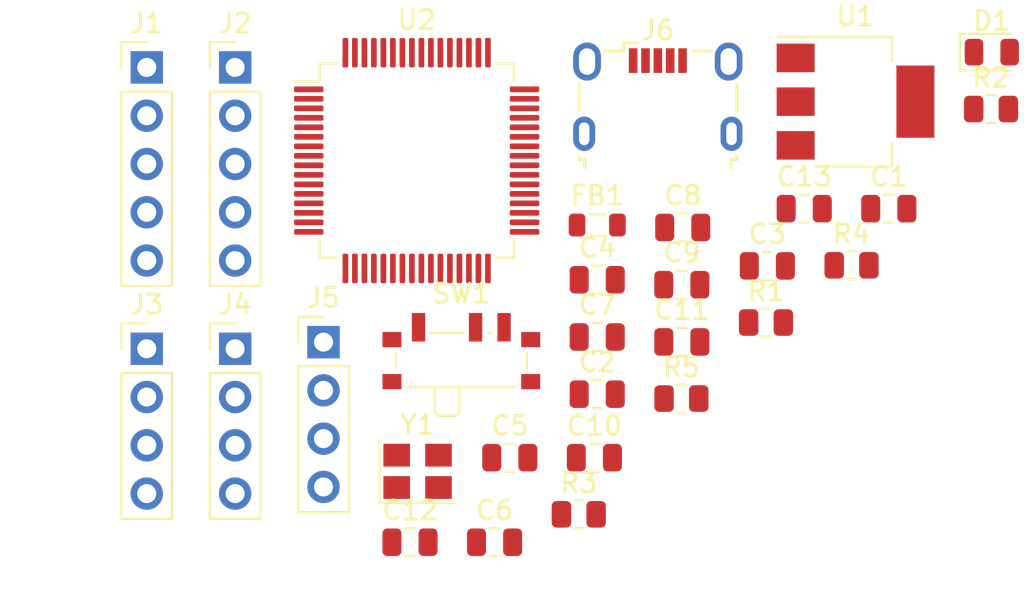
<source format=kicad_pcb>
(kicad_pcb (version 20211014) (generator pcbnew)
  (layers (0 "F.Cu" signal) (31 "B.Cu" signal) (34 "B.Paste" user) (35 "F.Paste" user) (36 "B.SilkS" user "B.Silkscreen") (37 "F.SilkS" user "F.Silkscreen") (38 "B.Mask" user) (39 "F.Mask" user) (44 "Edge.Cuts" user))
  (net 0 "")
  (net 1 "VBUS")
  (net 2 "GND")
  (net 3 "+3V3")
  (net 4 "/NRST")
  (net 5 "/RCC_OSC_IN")
  (net 6 "/RCC_OSC_OUT")
  (net 7 "+3.3VA")
  (net 8 "/PWR_LED_K")
  (net 9 "/SPI3_MOSI")
  (net 10 "/SPI3_MISO")
  (net 11 "/SPI3_SCK")
  (net 12 "/SPI1_SCK")
  (net 13 "/SPI1_MISO")
  (net 14 "/SPI1_MOSI")
  (net 15 "/SYS_JTMS-SWDIO")
  (net 16 "/SYS_JTCK-SWCLK")
  (net 17 "/I2C1_SCL")
  (net 18 "/I2C1_SDA")
  (net 19 "/UART4_RX")
  (net 20 "/UART4_TX")
  (net 21 "/USB_D-")
  (net 22 "/USB_D+")
  (net 25 "/SW_BOOT0")
  (net 26 "/BOOT0")
  (footprint "Button_Switch_SMD:SW_SPDT_PCM12" (layer "F.Cu") (at 145.15 101.65)
    (fp_text reference "SW1" (at 0 -3.2) (layer "F.SilkS"))
    (fp_text value "SW_SPDT")
    (fp_line (start -0.1 3.02) (end -0.3 3.23) (layer "F.SilkS") (width 0.12))
    (fp_line (start -2.85 1.73) (end 2.85 1.73) (layer "F.SilkS") (width 0.12))
    (fp_line (start -3.45 -0.07) (end -3.45 0.72) (layer "F.SilkS") (width 0.12))
    (fp_line (start 3.45 0.72) (end 3.45 -0.07) (layer "F.SilkS") (width 0.12))
    (fp_line (start -1.2 3.23) (end -0.3 3.23) (layer "F.SilkS") (width 0.12))
    (fp_line (start 1.4 -1.12) (end 1.6 -1.12) (layer "F.SilkS") (width 0.12))
    (fp_line (start -1.4 3.02) (end -1.2 3.23) (layer "F.SilkS") (width 0.12))
    (fp_line (start -0.1 3.02) (end -0.1 1.73) (layer "F.SilkS") (width 0.12))
    (fp_line (start -1.4 1.73) (end -1.4 3.02) (layer "F.SilkS") (width 0.12))
    (fp_line (start -1.6 -1.12) (end 0.1 -1.12) (layer "F.SilkS") (width 0.12))
    (pad "" np_thru_hole circle (at 1.5 0.33) (size 0.9 0.9) (drill 0.9) (layers *.Cu *.Mask))
    (pad "" smd rect (at 3.65 1.43) (size 1 0.8) (layers "F.Cu" "F.Paste" "F.Mask"))
    (pad "" smd rect (at -3.65 -0.78) (size 1 0.8) (layers "F.Cu" "F.Paste" "F.Mask"))
    (pad "" np_thru_hole circle (at -1.5 0.33) (size 0.9 0.9) (drill 0.9) (layers *.Cu *.Mask))
    (pad "" smd rect (at 3.65 -0.78) (size 1 0.8) (layers "F.Cu" "F.Paste" "F.Mask"))
    (pad "" smd rect (at -3.65 1.43) (size 1 0.8) (layers "F.Cu" "F.Paste" "F.Mask"))
    (pad "1" smd rect (at -2.25 -1.43) (size 0.7 1.5) (layers "F.Cu" "F.Paste" "F.Mask") (net 3 "+3V3"))
    (pad "2" smd rect (at 0.75 -1.43) (size 0.7 1.5) (layers "F.Cu" "F.Paste" "F.Mask") (net 25 "/SW_BOOT0"))
    (pad "3" smd rect (at 2.25 -1.43) (size 0.7 1.5) (layers "F.Cu" "F.Paste" "F.Mask") (net 2 "GND"))
  )
  (footprint "Package_TO_SOT_SMD:SOT-223-3_TabPin2" (layer "F.Cu") (at 165.89 88.35)
    (fp_text reference "U1" (at 0 -4.5) (layer "F.SilkS"))
    (fp_text value "AMS1117-3.3")
    (fp_line (start 1.91 -3.41) (end 1.91 -2.15) (layer "F.SilkS") (width 0.12))
    (fp_line (start -1.85 3.41) (end 1.91 3.41) (layer "F.SilkS") (width 0.12))
    (fp_line (start 1.91 3.41) (end 1.91 2.15) (layer "F.SilkS") (width 0.12))
    (fp_line (start -4.1 -3.41) (end 1.91 -3.41) (layer "F.SilkS") (width 0.12))
    (pad "1" smd rect (at -3.15 -2.3) (size 2 1.5) (layers "F.Cu" "F.Paste" "F.Mask") (net 2 "GND"))
    (pad "2" smd rect (at 3.15 0) (size 2 3.8) (layers "F.Cu" "F.Paste" "F.Mask") (net 3 "+3V3"))
    (pad "2" smd rect (at -3.15 0) (size 2 1.5) (layers "F.Cu" "F.Paste" "F.Mask") (net 3 "+3V3"))
    (pad "3" smd rect (at -3.15 2.3) (size 2 1.5) (layers "F.Cu" "F.Paste" "F.Mask") (net 1 "VBUS"))
  )
  (footprint "Package_QFP:LQFP-64_10x10mm_P0.5mm" (layer "F.Cu") (at 142.8 91.45)
    (fp_text reference "U2" (at 0 -7.4) (layer "F.SilkS"))
    (fp_text value "STM32F405RGT6")
    (fp_line (start -5.11 -5.11) (end -5.11 -4.16) (layer "F.SilkS") (width 0.12))
    (fp_line (start 5.11 5.11) (end 5.11 4.16) (layer "F.SilkS") (width 0.12))
    (fp_line (start -4.16 -5.11) (end -5.11 -5.11) (layer "F.SilkS") (width 0.12))
    (fp_line (start -4.16 5.11) (end -5.11 5.11) (layer "F.SilkS") (width 0.12))
    (fp_line (start -5.11 5.11) (end -5.11 4.16) (layer "F.SilkS") (width 0.12))
    (fp_line (start 5.11 -5.11) (end 5.11 -4.16) (layer "F.SilkS") (width 0.12))
    (fp_line (start 4.16 -5.11) (end 5.11 -5.11) (layer "F.SilkS") (width 0.12))
    (fp_line (start 4.16 5.11) (end 5.11 5.11) (layer "F.SilkS") (width 0.12))
    (fp_line (start -5.11 -4.16) (end -6.45 -4.16) (layer "F.SilkS") (width 0.12))
    (pad "1" smd roundrect (at -5.675 -3.75) (size 1.55 0.3) (layers "F.Cu" "F.Paste" "F.Mask") (net 3 "+3V3"))
    (pad "2" smd roundrect (at -5.675 -3.25) (size 1.55 0.3) (layers "F.Cu" "F.Paste" "F.Mask"))
    (pad "3" smd roundrect (at -5.675 -2.75) (size 1.55 0.3) (layers "F.Cu" "F.Paste" "F.Mask"))
    (pad "4" smd roundrect (at -5.675 -2.25) (size 1.55 0.3) (layers "F.Cu" "F.Paste" "F.Mask"))
    (pad "5" smd roundrect (at -5.675 -1.75) (size 1.55 0.3) (layers "F.Cu" "F.Paste" "F.Mask") (net 5 "/RCC_OSC_IN"))
    (pad "6" smd roundrect (at -5.675 -1.25) (size 1.55 0.3) (layers "F.Cu" "F.Paste" "F.Mask") (net 6 "/RCC_OSC_OUT"))
    (pad "7" smd roundrect (at -5.675 -0.75) (size 1.55 0.3) (layers "F.Cu" "F.Paste" "F.Mask") (net 4 "/NRST"))
    (pad "8" smd roundrect (at -5.675 -0.25) (size 1.55 0.3) (layers "F.Cu" "F.Paste" "F.Mask"))
    (pad "9" smd roundrect (at -5.675 0.25) (size 1.55 0.3) (layers "F.Cu" "F.Paste" "F.Mask"))
    (pad "10" smd roundrect (at -5.675 0.75) (size 1.55 0.3) (layers "F.Cu" "F.Paste" "F.Mask"))
    (pad "11" smd roundrect (at -5.675 1.25) (size 1.55 0.3) (layers "F.Cu" "F.Paste" "F.Mask"))
    (pad "12" smd roundrect (at -5.675 1.75) (size 1.55 0.3) (layers "F.Cu" "F.Paste" "F.Mask") (net 2 "GND"))
    (pad "13" smd roundrect (at -5.675 2.25) (size 1.55 0.3) (layers "F.Cu" "F.Paste" "F.Mask") (net 7 "+3.3VA"))
    (pad "14" smd roundrect (at -5.675 2.75) (size 1.55 0.3) (layers "F.Cu" "F.Paste" "F.Mask") (net 20 "/UART4_TX"))
    (pad "15" smd roundrect (at -5.675 3.25) (size 1.55 0.3) (layers "F.Cu" "F.Paste" "F.Mask") (net 19 "/UART4_RX"))
    (pad "16" smd roundrect (at -5.675 3.75) (size 1.55 0.3) (layers "F.Cu" "F.Paste" "F.Mask"))
    (pad "17" smd roundrect (at -3.75 5.675) (size 0.3 1.55) (layers "F.Cu" "F.Paste" "F.Mask"))
    (pad "18" smd roundrect (at -3.25 5.675) (size 0.3 1.55) (layers "F.Cu" "F.Paste" "F.Mask") (net 2 "GND"))
    (pad "19" smd roundrect (at -2.75 5.675) (size 0.3 1.55) (layers "F.Cu" "F.Paste" "F.Mask") (net 3 "+3V3"))
    (pad "20" smd roundrect (at -2.25 5.675) (size 0.3 1.55) (layers "F.Cu" "F.Paste" "F.Mask"))
    (pad "21" smd roundrect (at -1.75 5.675) (size 0.3 1.55) (layers "F.Cu" "F.Paste" "F.Mask") (net 12 "/SPI1_SCK"))
    (pad "22" smd roundrect (at -1.25 5.675) (size 0.3 1.55) (layers "F.Cu" "F.Paste" "F.Mask") (net 13 "/SPI1_MISO"))
    (pad "23" smd roundrect (at -0.75 5.675) (size 0.3 1.55) (layers "F.Cu" "F.Paste" "F.Mask") (net 14 "/SPI1_MOSI"))
    (pad "24" smd roundrect (at -0.25 5.675) (size 0.3 1.55) (layers "F.Cu" "F.Paste" "F.Mask"))
    (pad "25" smd roundrect (at 0.25 5.675) (size 0.3 1.55) (layers "F.Cu" "F.Paste" "F.Mask"))
    (pad "26" smd roundrect (at 0.75 5.675) (size 0.3 1.55) (layers "F.Cu" "F.Paste" "F.Mask"))
    (pad "27" smd roundrect (at 1.25 5.675) (size 0.3 1.55) (layers "F.Cu" "F.Paste" "F.Mask"))
    (pad "28" smd roundrect (at 1.75 5.675) (size 0.3 1.55) (layers "F.Cu" "F.Paste" "F.Mask"))
    (pad "29" smd roundrect (at 2.25 5.675) (size 0.3 1.55) (layers "F.Cu" "F.Paste" "F.Mask"))
    (pad "30" smd roundrect (at 2.75 5.675) (size 0.3 1.55) (layers "F.Cu" "F.Paste" "F.Mask"))
    (pad "31" smd roundrect (at 3.25 5.675) (size 0.3 1.55) (layers "F.Cu" "F.Paste" "F.Mask"))
    (pad "32" smd roundrect (at 3.75 5.675) (size 0.3 1.55) (layers "F.Cu" "F.Paste" "F.Mask") (net 3 "+3V3"))
    (pad "33" smd roundrect (at 5.675 3.75) (size 1.55 0.3) (layers "F.Cu" "F.Paste" "F.Mask"))
    (pad "34" smd roundrect (at 5.675 3.25) (size 1.55 0.3) (layers "F.Cu" "F.Paste" "F.Mask"))
    (pad "35" smd roundrect (at 5.675 2.75) (size 1.55 0.3) (layers "F.Cu" "F.Paste" "F.Mask"))
    (pad "36" smd roundrect (at 5.675 2.25) (size 1.55 0.3) (layers "F.Cu" "F.Paste" "F.Mask"))
    (pad "37" smd roundrect (at 5.675 1.75) (size 1.55 0.3) (layers "F.Cu" "F.Paste" "F.Mask"))
    (pad "38" smd roundrect (at 5.675 1.25) (size 1.55 0.3) (layers "F.Cu" "F.Paste" "F.Mask"))
    (pad "39" smd roundrect (at 5.675 0.75) (size 1.55 0.3) (layers "F.Cu" "F.Paste" "F.Mask"))
    (pad "40" smd roundrect (at 5.675 0.25) (size 1.55 0.3) (layers "F.Cu" "F.Paste" "F.Mask"))
    (pad "41" smd roundrect (at 5.675 -0.25) (size 1.55 0.3) (layers "F.Cu" "F.Paste" "F.Mask"))
    (pad "42" smd roundrect (at 5.675 -0.75) (size 1.55 0.3) (layers "F.Cu" "F.Paste" "F.Mask"))
    (pad "43" smd roundrect (at 5.675 -1.25) (size 1.55 0.3) (layers "F.Cu" "F.Paste" "F.Mask"))
    (pad "44" smd roundrect (at 5.675 -1.75) (size 1.55 0.3) (layers "F.Cu" "F.Paste" "F.Mask") (net 21 "/USB_D-"))
    (pad "45" smd roundrect (at 5.675 -2.25) (size 1.55 0.3) (layers "F.Cu" "F.Paste" "F.Mask") (net 22 "/USB_D+"))
    (pad "46" smd roundrect (at 5.675 -2.75) (size 1.55 0.3) (layers "F.Cu" "F.Paste" "F.Mask") (net 15 "/SYS_JTMS-SWDIO"))
    (pad "47" smd roundrect (at 5.675 -3.25) (size 1.55 0.3) (layers "F.Cu" "F.Paste" "F.Mask"))
    (pad "48" smd roundrect (at 5.675 -3.75) (size 1.55 0.3) (layers "F.Cu" "F.Paste" "F.Mask") (net 3 "+3V3"))
    (pad "49" smd roundrect (at 3.75 -5.675) (size 0.3 1.55) (layers "F.Cu" "F.Paste" "F.Mask") (net 16 "/SYS_JTCK-SWCLK"))
    (pad "50" smd roundrect (at 3.25 -5.675) (size 0.3 1.55) (layers "F.Cu" "F.Paste" "F.Mask"))
    (pad "51" smd roundrect (at 2.75 -5.675) (size 0.3 1.55) (layers "F.Cu" "F.Paste" "F.Mask") (net 11 "/SPI3_SCK"))
    (pad "52" smd roundrect (at 2.25 -5.675) (size 0.3 1.55) (layers "F.Cu" "F.Paste" "F.Mask") (net 10 "/SPI3_MISO"))
    (pad "53" smd roundrect (at 1.75 -5.675) (size 0.3 1.55) (layers "F.Cu" "F.Paste" "F.Mask") (net 9 "/SPI3_MOSI"))
    (pad "54" smd roundrect (at 1.25 -5.675) (size 0.3 1.55) (layers "F.Cu" "F.Paste" "F.Mask"))
    (pad "55" smd roundrect (at 0.75 -5.675) (size 0.3 1.55) (layers "F.Cu" "F.Paste" "F.Mask"))
    (pad "56" smd roundrect (at 0.25 -5.675) (size 0.3 1.55) (layers "F.Cu" "F.Paste" "F.Mask"))
    (pad "57" smd roundrect (at -0.25 -5.675) (size 0.3 1.55) (layers "F.Cu" "F.Paste" "F.Mask"))
    (pad "58" smd roundrect (at -0.75 -5.675) (size 0.3 1.55) (layers "F.Cu" "F.Paste" "F.Mask"))
    (pad "59" smd roundrect (at -1.25 -5.675) (size 0.3 1.55) (layers "F.Cu" "F.Paste" "F.Mask") (net 18 "/I2C1_SDA"))
    (pad "60" smd roundrect (at -1.75 -5.675) (size 0.3 1.55) (layers "F.Cu" "F.Paste" "F.Mask") (net 26 "/BOOT0"))
    (pad "61" smd roundrect (at -2.25 -5.675) (size 0.3 1.55) (layers "F.Cu" "F.Paste" "F.Mask") (net 17 "/I2C1_SCL"))
    (pad "62" smd roundrect (at -2.75 -5.675) (size 0.3 1.55) (layers "F.Cu" "F.Paste" "F.Mask"))
    (pad "63" smd roundrect (at -3.25 -5.675) (size 0.3 1.55) (layers "F.Cu" "F.Paste" "F.Mask") (net 2 "GND"))
    (pad "64" smd roundrect (at -3.75 -5.675) (size 0.3 1.55) (layers "F.Cu" "F.Paste" "F.Mask") (net 3 "+3V3"))
  )
  (footprint "Capacitor_SMD:C_0805_2012Metric" (layer "F.Cu") (at 152.3 100.73)
    (fp_text reference "C7" (at 0 -1.68) (layer "F.SilkS"))
    (fp_text value "100n")
    (fp_line (start -0.261252 -0.735) (end 0.261252 -0.735) (layer "F.SilkS") (width 0.12))
    (fp_line (start -0.261252 0.735) (end 0.261252 0.735) (layer "F.SilkS") (width 0.12))
    (pad "1" smd roundrect (at -0.95 0) (size 1 1.45) (layers "F.Cu" "F.Paste" "F.Mask") (net 3 "+3V3"))
    (pad "2" smd roundrect (at 0.95 0) (size 1 1.45) (layers "F.Cu" "F.Paste" "F.Mask") (net 2 "GND"))
  )
  (footprint "LED_SMD:LED_0805_2012Metric" (layer "F.Cu") (at 173.06 85.745)
    (fp_text reference "D1" (at 0 -1.65) (layer "F.SilkS"))
    (fp_text value "RED")
    (fp_line (start -1.685 -0.96) (end -1.685 0.96) (layer "F.SilkS") (width 0.12))
    (fp_line (start 1 -0.96) (end -1.685 -0.96) (layer "F.SilkS") (width 0.12))
    (fp_line (start -1.685 0.96) (end 1 0.96) (layer "F.SilkS") (width 0.12))
    (pad "1" smd roundrect (at -0.9375 0) (size 0.975 1.4) (layers "F.Cu" "F.Paste" "F.Mask") (net 8 "/PWR_LED_K"))
    (pad "2" smd roundrect (at 0.9375 0) (size 0.975 1.4) (layers "F.Cu" "F.Paste" "F.Mask") (net 3 "+3V3"))
  )
  (footprint "Resistor_SMD:R_0805_2012Metric" (layer "F.Cu") (at 151.33 110.06)
    (fp_text reference "R3" (at 0 -1.65) (layer "F.SilkS"))
    (fp_text value "1k5")
    (fp_line (start -0.227064 -0.735) (end 0.227064 -0.735) (layer "F.SilkS") (width 0.12))
    (fp_line (start -0.227064 0.735) (end 0.227064 0.735) (layer "F.SilkS") (width 0.12))
    (pad "1" smd roundrect (at -0.9125 0) (size 1.025 1.4) (layers "F.Cu" "F.Paste" "F.Mask") (roundrect_rratio 0.243902) (net 18 "/I2C1_SDA"))
    (pad "2" smd roundrect (at 0.9125 0) (size 1.025 1.4) (layers "F.Cu" "F.Paste" "F.Mask") (roundrect_rratio 0.243902) (net 3 "+3V3"))
  )
  (footprint "Capacitor_SMD:C_0805_2012Metric" (layer "F.Cu") (at 147.7 107.08)
    (fp_text reference "C5" (at 0 -1.68) (layer "F.SilkS"))
    (fp_text value "10p")
    (fp_line (start -0.261252 0.735) (end 0.261252 0.735) (layer "F.SilkS") (width 0.12))
    (fp_line (start -0.261252 -0.735) (end 0.261252 -0.735) (layer "F.SilkS") (width 0.12))
    (pad "1" smd roundrect (at -0.95 0) (size 1 1.45) (layers "F.Cu" "F.Paste" "F.Mask") (net 5 "/RCC_OSC_IN"))
    (pad "2" smd roundrect (at 0.95 0) (size 1 1.45) (layers "F.Cu" "F.Paste" "F.Mask") (net 2 "GND"))
  )
  (footprint "Connector_PinHeader_2.54mm:PinHeader_1x04_P2.54mm_Vertical" (layer "F.Cu") (at 137.9 101)
    (fp_text reference "J5" (at 0 -2.33) (layer "F.SilkS"))
    (fp_text value "Conn_01x04_Male")
    (fp_line (start -1.33 0) (end -1.33 -1.33) (layer "F.SilkS") (width 0.12))
    (fp_line (start 1.33 1.27) (end 1.33 8.95) (layer "F.SilkS") (width 0.12))
    (fp_line (start -1.33 8.95) (end 1.33 8.95) (layer "F.SilkS") (width 0.12))
    (fp_line (start -1.33 -1.33) (end 0 -1.33) (layer "F.SilkS") (width 0.12))
    (fp_line (start -1.33 1.27) (end 1.33 1.27) (layer "F.SilkS") (width 0.12))
    (fp_line (start -1.33 1.27) (end -1.33 8.95) (layer "F.SilkS") (width 0.12))
    (pad "1" thru_hole rect (at 0 0) (size 1.7 1.7) (drill 1) (layers *.Cu *.Mask) (net 3 "+3V3"))
    (pad "2" thru_hole oval (at 0 2.54) (size 1.7 1.7) (drill 1) (layers *.Cu *.Mask) (net 19 "/UART4_RX"))
    (pad "3" thru_hole oval (at 0 5.08) (size 1.7 1.7) (drill 1) (layers *.Cu *.Mask) (net 20 "/UART4_TX"))
    (pad "4" thru_hole oval (at 0 7.62) (size 1.7 1.7) (drill 1) (layers *.Cu *.Mask) (net 2 "GND"))
  )
  (footprint "Connector_PinHeader_2.54mm:PinHeader_1x04_P2.54mm_Vertical" (layer "F.Cu") (at 133.25 101.35)
    (fp_text reference "J4" (at 0 -2.33) (layer "F.SilkS"))
    (fp_text value "Conn_01x04_Male")
    (fp_line (start -1.33 0) (end -1.33 -1.33) (layer "F.SilkS") (width 0.12))
    (fp_line (start -1.33 1.27) (end -1.33 8.95) (layer "F.SilkS") (width 0.12))
    (fp_line (start -1.33 -1.33) (end 0 -1.33) (layer "F.SilkS") (width 0.12))
    (fp_line (start -1.33 1.27) (end 1.33 1.27) (layer "F.SilkS") (width 0.12))
    (fp_line (start -1.33 8.95) (end 1.33 8.95) (layer "F.SilkS") (width 0.12))
    (fp_line (start 1.33 1.27) (end 1.33 8.95) (layer "F.SilkS") (width 0.12))
    (pad "1" thru_hole rect (at 0 0) (size 1.7 1.7) (drill 1) (layers *.Cu *.Mask) (net 3 "+3V3"))
    (pad "2" thru_hole oval (at 0 2.54) (size 1.7 1.7) (drill 1) (layers *.Cu *.Mask) (net 17 "/I2C1_SCL"))
    (pad "3" thru_hole oval (at 0 5.08) (size 1.7 1.7) (drill 1) (layers *.Cu *.Mask) (net 18 "/I2C1_SDA"))
    (pad "4" thru_hole oval (at 0 7.62) (size 1.7 1.7) (drill 1) (layers *.Cu *.Mask) (net 2 "GND"))
  )
  (footprint "Connector_PinHeader_2.54mm:PinHeader_1x05_P2.54mm_Vertical" (layer "F.Cu") (at 128.6 86.55)
    (fp_text reference "J1" (at 0 -2.33) (layer "F.SilkS"))
    (fp_text value "Conn_01x05_Female")
    (fp_line (start -1.33 11.49) (end 1.33 11.49) (layer "F.SilkS") (width 0.12))
    (fp_line (start -1.33 1.27) (end 1.33 1.27) (layer "F.SilkS") (width 0.12))
    (fp_line (start 1.33 1.27) (end 1.33 11.49) (layer "F.SilkS") (width 0.12))
    (fp_line (start -1.33 0) (end -1.33 -1.33) (layer "F.SilkS") (width 0.12))
    (fp_line (start -1.33 1.27) (end -1.33 11.49) (layer "F.SilkS") (width 0.12))
    (fp_line (start -1.33 -1.33) (end 0 -1.33) (layer "F.SilkS") (width 0.12))
    (pad "1" thru_hole rect (at 0 0) (size 1.7 1.7) (drill 1) (layers *.Cu *.Mask) (net 3 "+3V3"))
    (pad "2" thru_hole oval (at 0 2.54) (size 1.7 1.7) (drill 1) (layers *.Cu *.Mask) (net 9 "/SPI3_MOSI"))
    (pad "3" thru_hole oval (at 0 5.08) (size 1.7 1.7) (drill 1) (layers *.Cu *.Mask) (net 10 "/SPI3_MISO"))
    (pad "4" thru_hole oval (at 0 7.62) (size 1.7 1.7) (drill 1) (layers *.Cu *.Mask) (net 11 "/SPI3_SCK"))
    (pad "5" thru_hole oval (at 0 10.16) (size 1.7 1.7) (drill 1) (layers *.Cu *.Mask) (net 2 "GND"))
  )
  (footprint "Connector_USB:USB_Micro-B_Wuerth_629105150521" (layer "F.Cu") (at 155.49 88.09)
    (fp_text reference "J6" (at 0 -3.5) (layer "F.SilkS"))
    (fp_text value "USB_B_Micro")
    (fp_line (start -1.8 -2.825) (end -1.8 -2.4) (layer "F.SilkS") (width 0.15))
    (fp_line (start -4.15 3.3) (end -3.85 3.3) (layer "F.SilkS") (width 0.15))
    (fp_line (start -3.85 3.3) (end -3.85 3.75) (layer "F.SilkS") (width 0.15))
    (fp_line (start -4.15 3.15) (end -4.15 3.3) (layer "F.SilkS") (width 0.15))
    (fp_line (start 3.85 3.75) (end 3.85 3.3) (layer "F.SilkS") (width 0.15))
    (fp_line (start -4.15 -0.65) (end -4.15 0.75) (layer "F.SilkS") (width 0.15))
    (fp_line (start 1.8 -2.4) (end 2.8 -2.4) (layer "F.SilkS") (width 0.15))
    (fp_line (start 4.15 0.75) (end 4.15 -0.65) (layer "F.SilkS") (width 0.15))
    (fp_line (start 3.85 3.3) (end 4.15 3.3) (layer "F.SilkS") (width 0.15))
    (fp_line (start 4.15 3.3) (end 4.15 3.15) (layer "F.SilkS") (width 0.15))
    (fp_line (start -1.8 -2.4) (end -2.8 -2.4) (layer "F.SilkS") (width 0.15))
    (fp_line (start -1.075 -2.825) (end -1.8 -2.825) (layer "F.SilkS") (width 0.15))
    (pad "" np_thru_hole oval (at 2.5 -0.8) (size 0.8 0.8) (drill 0.8) (layers *.Cu *.Mask))
    (pad "" np_thru_hole oval (at -2.5 -0.8) (size 0.8 0.8) (drill 0.8) (layers *.Cu *.Mask))
    (pad "1" smd rect (at -1.3 -1.9) (size 0.45 1.3) (layers "F.Cu" "F.Paste" "F.Mask") (net 1 "VBUS"))
    (pad "2" smd rect (at -0.65 -1.9) (size 0.45 1.3) (layers "F.Cu" "F.Paste" "F.Mask") (net 21 "/USB_D-"))
    (pad "3" smd rect (at 0 -1.9) (size 0.45 1.3) (layers "F.Cu" "F.Paste" "F.Mask") (net 22 "/USB_D+"))
    (pad "4" smd rect (at 0.65 -1.9) (size 0.45 1.3) (layers "F.Cu" "F.Paste" "F.Mask"))
    (pad "5" smd rect (at 1.3 -1.9) (size 0.45 1.3) (layers "F.Cu" "F.Paste" "F.Mask") (net 2 "GND"))
    (pad "6" thru_hole oval (at 3.875 1.95) (size 1.15 1.8) (drill oval 0.55 1.2) (layers *.Cu *.Mask))
    (pad "6" thru_hole oval (at -3.725 -1.85) (size 1.45 2) (drill oval 0.85 1.4) (layers *.Cu *.Mask))
    (pad "6" thru_hole oval (at -3.875 1.95) (size 1.15 1.8) (drill oval 0.55 1.2) (layers *.Cu *.Mask))
    (pad "6" thru_hole oval (at 3.725 -1.85) (size 1.45 2) (drill oval 0.85 1.4) (layers *.Cu *.Mask))
  )
  (footprint "Capacitor_SMD:C_0805_2012Metric" (layer "F.Cu") (at 152.3 97.72)
    (fp_text reference "C4" (at 0 -1.68) (layer "F.SilkS"))
    (fp_text value "100n")
    (fp_line (start -0.261252 0.735) (end 0.261252 0.735) (layer "F.SilkS") (width 0.12))
    (fp_line (start -0.261252 -0.735) (end 0.261252 -0.735) (layer "F.SilkS") (width 0.12))
    (pad "1" smd roundrect (at -0.95 0) (size 1 1.45) (layers "F.Cu" "F.Paste" "F.Mask") (net 4 "/NRST"))
    (pad "2" smd roundrect (at 0.95 0) (size 1 1.45) (layers "F.Cu" "F.Paste" "F.Mask") (net 2 "GND"))
  )
  (footprint "Capacitor_SMD:C_0805_2012Metric" (layer "F.Cu") (at 156.8 94.97)
    (fp_text reference "C8" (at 0 -1.68) (layer "F.SilkS"))
    (fp_text value "10p")
    (fp_line (start -0.261252 0.735) (end 0.261252 0.735) (layer "F.SilkS") (width 0.12))
    (fp_line (start -0.261252 -0.735) (end 0.261252 -0.735) (layer "F.SilkS") (width 0.12))
    (pad "1" smd roundrect (at -0.95 0) (size 1 1.45) (layers "F.Cu" "F.Paste" "F.Mask") (net 6 "/RCC_OSC_OUT"))
    (pad "2" smd roundrect (at 0.95 0) (size 1 1.45) (layers "F.Cu" "F.Paste" "F.Mask") (net 2 "GND"))
  )
  (footprint "Resistor_SMD:R_0805_2012Metric" (layer "F.Cu") (at 165.68 96.96)
    (fp_text reference "R4" (at 0 -1.65) (layer "F.SilkS"))
    (fp_text value "1k5")
    (fp_line (start -0.227064 0.735) (end 0.227064 0.735) (layer "F.SilkS") (width 0.12))
    (fp_line (start -0.227064 -0.735) (end 0.227064 -0.735) (layer "F.SilkS") (width 0.12))
    (pad "1" smd roundrect (at -0.9125 0) (size 1.025 1.4) (layers "F.Cu" "F.Paste" "F.Mask") (roundrect_rratio 0.243902) (net 18 "/I2C1_SDA"))
    (pad "2" smd roundrect (at 0.9125 0) (size 1.025 1.4) (layers "F.Cu" "F.Paste" "F.Mask") (roundrect_rratio 0.243902) (net 3 "+3V3"))
  )
  (footprint "Capacitor_SMD:C_0805_2012Metric" (layer "F.Cu") (at 146.9 111.53)
    (fp_text reference "C6" (at 0 -1.68) (layer "F.SilkS"))
    (fp_text value "100n")
    (fp_line (start -0.261252 -0.735) (end 0.261252 -0.735) (layer "F.SilkS") (width 0.12))
    (fp_line (start -0.261252 0.735) (end 0.261252 0.735) (layer "F.SilkS") (width 0.12))
    (pad "1" smd roundrect (at -0.95 0) (size 1 1.45) (layers "F.Cu" "F.Paste" "F.Mask") (net 3 "+3V3"))
    (pad "2" smd roundrect (at 0.95 0) (size 1 1.45) (layers "F.Cu" "F.Paste" "F.Mask") (net 2 "GND"))
  )
  (footprint "Connector_PinHeader_2.54mm:PinHeader_1x04_P2.54mm_Vertical" (layer "F.Cu") (at 128.6 101.35)
    (fp_text reference "J3" (at 0 -2.33) (layer "F.SilkS"))
    (fp_text value "Conn_01x04_Male")
    (fp_line (start -1.33 -1.33) (end 0 -1.33) (layer "F.SilkS") (width 0.12))
    (fp_line (start -1.33 1.27) (end 1.33 1.27) (layer "F.SilkS") (width 0.12))
    (fp_line (start -1.33 1.27) (end -1.33 8.95) (layer "F.SilkS") (width 0.12))
    (fp_line (start -1.33 0) (end -1.33 -1.33) (layer "F.SilkS") (width 0.12))
    (fp_line (start 1.33 1.27) (end 1.33 8.95) (layer "F.SilkS") (width 0.12))
    (fp_line (start -1.33 8.95) (end 1.33 8.95) (layer "F.SilkS") (width 0.12))
    (pad "1" thru_hole rect (at 0 0) (size 1.7 1.7) (drill 1) (layers *.Cu *.Mask) (net 3 "+3V3"))
    (pad "2" thru_hole oval (at 0 2.54) (size 1.7 1.7) (drill 1) (layers *.Cu *.Mask) (net 15 "/SYS_JTMS-SWDIO"))
    (pad "3" thru_hole oval (at 0 5.08) (size 1.7 1.7) (drill 1) (layers *.Cu *.Mask) (net 16 "/SYS_JTCK-SWCLK"))
    (pad "4" thru_hole oval (at 0 7.62) (size 1.7 1.7) (drill 1) (layers *.Cu *.Mask) (net 2 "GND"))
  )
  (footprint "Resistor_SMD:R_0805_2012Metric" (layer "F.Cu") (at 156.73 103.97)
    (fp_text reference "R5" (at 0 -1.65) (layer "F.SilkS"))
    (fp_text value "1k5")
    (fp_line (start -0.227064 0.735) (end 0.227064 0.735) (layer "F.SilkS") (width 0.12))
    (fp_line (start -0.227064 -0.735) (end 0.227064 -0.735) (layer "F.SilkS") (width 0.12))
    (pad "1" smd roundrect (at -0.9125 0) (size 1.025 1.4) (layers "F.Cu" "F.Paste" "F.Mask") (roundrect_rratio 0.243902) (net 22 "/USB_D+"))
    (pad "2" smd roundrect (at 0.9125 0) (size 1.025 1.4) (layers "F.Cu" "F.Paste" "F.Mask") (roundrect_rratio 0.243902) (net 3 "+3V3"))
  )
  (footprint "Capacitor_SMD:C_0805_2012Metric" (layer "F.Cu") (at 163.19 93.98)
    (fp_text reference "C13" (at 0 -1.68) (layer "F.SilkS"))
    (fp_text value "1u")
    (fp_line (start -0.261252 0.735) (end 0.261252 0.735) (layer "F.SilkS") (width 0.12))
    (fp_line (start -0.261252 -0.735) (end 0.261252 -0.735) (layer "F.SilkS") (width 0.12))
    (pad "1" smd roundrect (at -0.95 0) (size 1 1.45) (layers "F.Cu" "F.Paste" "F.Mask") (net 3 "+3V3"))
    (pad "2" smd roundrect (at 0.95 0) (size 1 1.45) (layers "F.Cu" "F.Paste" "F.Mask") (net 2 "GND"))
  )
  (footprint "Capacitor_SMD:C_0805_2012Metric" (layer "F.Cu") (at 152.3 103.74)
    (fp_text reference "C2" (at 0 -1.68) (layer "F.SilkS"))
    (fp_text value "22u")
    (fp_line (start -0.261252 -0.735) (end 0.261252 -0.735) (layer "F.SilkS") (width 0.12))
    (fp_line (start -0.261252 0.735) (end 0.261252 0.735) (layer "F.SilkS") (width 0.12))
    (pad "1" smd roundrect (at -0.95 0) (size 1 1.45) (layers "F.Cu" "F.Paste" "F.Mask") (net 3 "+3V3"))
    (pad "2" smd roundrect (at 0.95 0) (size 1 1.45) (layers "F.Cu" "F.Paste" "F.Mask") (net 2 "GND"))
  )
  (footprint "Capacitor_SMD:C_0805_2012Metric" (layer "F.Cu") (at 167.64 93.98)
    (fp_text reference "C1" (at 0 -1.68) (layer "F.SilkS"))
    (fp_text value "22u")
    (fp_line (start -0.261252 -0.735) (end 0.261252 -0.735) (layer "F.SilkS") (width 0.12))
    (fp_line (start -0.261252 0.735) (end 0.261252 0.735) (layer "F.SilkS") (width 0.12))
    (pad "1" smd roundrect (at -0.95 0) (size 1 1.45) (layers "F.Cu" "F.Paste" "F.Mask") (net 1 "VBUS"))
    (pad "2" smd roundrect (at 0.95 0) (size 1 1.45) (layers "F.Cu" "F.Paste" "F.Mask") (net 2 "GND"))
  )
  (footprint "Connector_PinHeader_2.54mm:PinHeader_1x05_P2.54mm_Vertical" (layer "F.Cu") (at 133.25 86.55)
    (fp_text reference "J2" (at 0 -2.33) (layer "F.SilkS"))
    (fp_text value "Conn_01x05_Female")
    (fp_line (start 1.33 1.27) (end 1.33 11.49) (layer "F.SilkS") (width 0.12))
    (fp_line (start -1.33 0) (end -1.33 -1.33) (layer "F.SilkS") (width 0.12))
    (fp_line (start -1.33 -1.33) (end 0 -1.33) (layer "F.SilkS") (width 0.12))
    (fp_line (start -1.33 11.49) (end 1.33 11.49) (layer "F.SilkS") (width 0.12))
    (fp_line (start -1.33 1.27) (end 1.33 1.27) (layer "F.SilkS") (width 0.12))
    (fp_line (start -1.33 1.27) (end -1.33 11.49) (layer "F.SilkS") (width 0.12))
    (pad "1" thru_hole rect (at 0 0) (size 1.7 1.7) (drill 1) (layers *.Cu *.Mask) (net 3 "+3V3"))
    (pad "2" thru_hole oval (at 0 2.54) (size 1.7 1.7) (drill 1) (layers *.Cu *.Mask) (net 12 "/SPI1_SCK"))
    (pad "3" thru_hole oval (at 0 5.08) (size 1.7 1.7) (drill 1) (layers *.Cu *.Mask) (net 13 "/SPI1_MISO"))
    (pad "4" thru_hole oval (at 0 7.62) (size 1.7 1.7) (drill 1) (layers *.Cu *.Mask) (net 14 "/SPI1_MOSI"))
    (pad "5" thru_hole oval (at 0 10.16) (size 1.7 1.7) (drill 1) (layers *.Cu *.Mask) (net 2 "GND"))
  )
  (footprint "Resistor_SMD:R_0805_2012Metric" (layer "F.Cu") (at 161.18 99.97)
    (fp_text reference "R1" (at 0 -1.65) (layer "F.SilkS"))
    (fp_text value "1K5")
    (fp_line (start -0.227064 0.735) (end 0.227064 0.735) (layer "F.SilkS") (width 0.12))
    (fp_line (start -0.227064 -0.735) (end 0.227064 -0.735) (layer "F.SilkS") (width 0.12))
    (pad "1" smd roundrect (at -0.9125 0) (size 1.025 1.4) (layers "F.Cu" "F.Paste" "F.Mask") (roundrect_rratio 0.243902) (net 8 "/PWR_LED_K"))
    (pad "2" smd roundrect (at 0.9125 0) (size 1.025 1.4) (layers "F.Cu" "F.Paste" "F.Mask") (roundrect_rratio 0.243902) (net 2 "GND"))
  )
  (footprint "Capacitor_SMD:C_0805_2012Metric" (layer "F.Cu") (at 161.25 96.99)
    (fp_text reference "C3" (at 0 -1.68) (layer "F.SilkS"))
    (fp_text value "10u")
    (fp_line (start -0.261252 -0.735) (end 0.261252 -0.735) (layer "F.SilkS") (width 0.12))
    (fp_line (start -0.261252 0.735) (end 0.261252 0.735) (layer "F.SilkS") (width 0.12))
    (pad "1" smd roundrect (at -0.95 0) (size 1 1.45) (layers "F.Cu" "F.Paste" "F.Mask") (net 3 "+3V3"))
    (pad "2" smd roundrect (at 0.95 0) (size 1 1.45) (layers "F.Cu" "F.Paste" "F.Mask") (net 2 "GND"))
  )
  (footprint "Resistor_SMD:R_0805_2012Metric" (layer "F.Cu") (at 173.02 88.74)
    (fp_text reference "R2" (at 0 -1.65) (layer "F.SilkS"))
    (fp_text value "10K")
    (fp_line (start -0.227064 0.735) (end 0.227064 0.735) (layer "F.SilkS") (width 0.12))
    (fp_line (start -0.227064 -0.735) (end 0.227064 -0.735) (layer "F.SilkS") (width 0.12))
    (pad "1" smd roundrect (at -0.9125 0) (size 1.025 1.4) (layers "F.Cu" "F.Paste" "F.Mask") (roundrect_rratio 0.243902) (net 25 "/SW_BOOT0"))
    (pad "2" smd roundrect (at 0.9125 0) (size 1.025 1.4) (layers "F.Cu" "F.Paste" "F.Mask") (roundrect_rratio 0.243902) (net 26 "/BOOT0"))
  )
  (footprint "Capacitor_SMD:C_0805_2012Metric" (layer "F.Cu") (at 142.45 111.53)
    (fp_text reference "C12" (at 0 -1.68) (layer "F.SilkS"))
    (fp_text value "1u")
    (fp_line (start -0.261252 -0.735) (end 0.261252 -0.735) (layer "F.SilkS") (width 0.12))
    (fp_line (start -0.261252 0.735) (end 0.261252 0.735) (layer "F.SilkS") (width 0.12))
    (pad "1" smd roundrect (at -0.95 0) (size 1 1.45) (layers "F.Cu" "F.Paste" "F.Mask") (net 7 "+3.3VA"))
    (pad "2" smd roundrect (at 0.95 0) (size 1 1.45) (layers "F.Cu" "F.Paste" "F.Mask") (net 2 "GND"))
  )
  (footprint "Crystal:Crystal_SMD_3225-4Pin_3.2x2.5mm" (layer "F.Cu") (at 142.85 107.8)
    (fp_text reference "Y1" (at 0 -2.45) (layer "F.SilkS"))
    (fp_text value "16MHz")
    (fp_line (start -2 -1.65) (end -2 1.65) (layer "F.SilkS") (width 0.12))
    (fp_line (start -2 1.65) (end 2 1.65) (layer "F.SilkS") (width 0.12))
    (pad "1" smd rect (at -1.1 0.85) (size 1.4 1.2) (layers "F.Cu" "F.Paste" "F.Mask") (net 5 "/RCC_OSC_IN"))
    (pad "2" smd rect (at 1.1 0.85) (size 1.4 1.2) (layers "F.Cu" "F.Paste" "F.Mask") (net 2 "GND"))
    (pad "3" smd rect (at 1.1 -0.85) (size 1.4 1.2) (layers "F.Cu" "F.Paste" "F.Mask") (net 6 "/RCC_OSC_OUT"))
    (pad "4" smd rect (at -1.1 -0.85) (size 1.4 1.2) (layers "F.Cu" "F.Paste" "F.Mask") (net 2 "GND"))
  )
  (footprint "Capacitor_SMD:C_0805_2012Metric" (layer "F.Cu") (at 156.75 97.98)
    (fp_text reference "C9" (at 0 -1.68) (layer "F.SilkS"))
    (fp_text value "100n")
    (fp_line (start -0.261252 -0.735) (end 0.261252 -0.735) (layer "F.SilkS") (width 0.12))
    (fp_line (start -0.261252 0.735) (end 0.261252 0.735) (layer "F.SilkS") (width 0.12))
    (pad "1" smd roundrect (at -0.95 0) (size 1 1.45) (layers "F.Cu" "F.Paste" "F.Mask") (net 3 "+3V3"))
    (pad "2" smd roundrect (at 0.95 0) (size 1 1.45) (layers "F.Cu" "F.Paste" "F.Mask") (net 2 "GND"))
  )
  (footprint "Capacitor_SMD:C_0805_2012Metric" (layer "F.Cu") (at 152.15 107.08)
    (fp_text reference "C10" (at 0 -1.68) (layer "F.SilkS"))
    (fp_text value "100n")
    (fp_line (start -0.261252 -0.735) (end 0.261252 -0.735) (layer "F.SilkS") (width 0.12))
    (fp_line (start -0.261252 0.735) (end 0.261252 0.735) (layer "F.SilkS") (width 0.12))
    (pad "1" smd roundrect (at -0.95 0) (size 1 1.45) (layers "F.Cu" "F.Paste" "F.Mask") (net 3 "+3V3"))
    (pad "2" smd roundrect (at 0.95 0) (size 1 1.45) (layers "F.Cu" "F.Paste" "F.Mask") (net 2 "GND"))
  )
  (footprint "Inductor_SMD:L_0805_2012Metric" (layer "F.Cu") (at 152.3 94.84)
    (fp_text reference "FB1" (at 0 -1.55) (layer "F.SilkS"))
    (fp_text value "120R")
    (fp_line (start -0.399622 0.56) (end 0.399622 0.56) (layer "F.SilkS") (width 0.12))
    (fp_line (start -0.399622 -0.56) (end 0.399622 -0.56) (layer "F.SilkS") (width 0.12))
    (pad "1" smd roundrect (at -1.0625 0) (size 0.875 1.2) (layers "F.Cu" "F.Paste" "F.Mask") (net 7 "+3.3VA"))
    (pad "2" smd roundrect (at 1.0625 0) (size 0.875 1.2) (layers "F.Cu" "F.Paste" "F.Mask") (net 3 "+3V3"))
  )
  (footprint "Capacitor_SMD:C_0805_2012Metric" (layer "F.Cu") (at 156.75 100.99)
    (fp_text reference "C11" (at 0 -1.68) (layer "F.SilkS"))
    (fp_text value "10n")
    (fp_line (start -0.261252 -0.735) (end 0.261252 -0.735) (layer "F.SilkS") (width 0.12))
    (fp_line (start -0.261252 0.735) (end 0.261252 0.735) (layer "F.SilkS") (width 0.12))
    (pad "1" smd roundrect (at -0.95 0) (size 1 1.45) (layers "F.Cu" "F.Paste" "F.Mask") (net 7 "+3.3VA"))
    (pad "2" smd roundrect (at 0.95 0) (size 1 1.45) (layers "F.Cu" "F.Paste" "F.Mask") (net 2 "GND"))
  )
)
</source>
